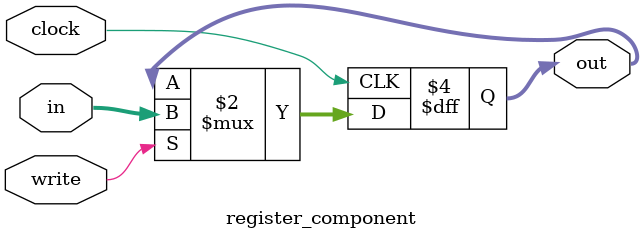
<source format=v>
`timescale 1ns / 1ps
module register_component(
    input [15:0] in,
    input clock,
    input write,
    output reg [15:0] out
    );
	 
	 always @(posedge clock)
		if (write)
			out <= in;

endmodule

</source>
